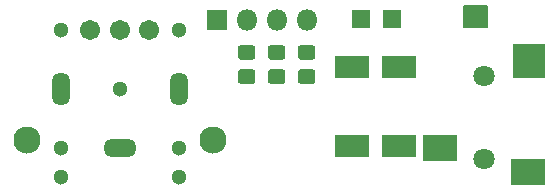
<source format=gbr>
%TF.GenerationSoftware,KiCad,Pcbnew,(5.1.6)-1*%
%TF.CreationDate,2024-02-19T11:36:57-05:00*%
%TF.ProjectId,GB-DMG-Pro-Headphone-PCB,47422d44-4d47-42d5-9072-6f2d48656164,0*%
%TF.SameCoordinates,Original*%
%TF.FileFunction,Soldermask,Top*%
%TF.FilePolarity,Negative*%
%FSLAX46Y46*%
G04 Gerber Fmt 4.6, Leading zero omitted, Abs format (unit mm)*
G04 Created by KiCad (PCBNEW (5.1.6)-1) date 2024-02-19 11:36:57*
%MOMM*%
%LPD*%
G01*
G04 APERTURE LIST*
%ADD10R,3.000000X1.900000*%
%ADD11R,1.800000X1.800000*%
%ADD12O,1.800000X1.800000*%
%ADD13C,1.300000*%
%ADD14O,2.820000X1.512000*%
%ADD15C,1.712000*%
%ADD16O,1.512000X2.820000*%
%ADD17C,2.300000*%
%ADD18R,2.900000X2.300000*%
%ADD19R,2.700000X2.900000*%
%ADD20C,1.800000*%
%ADD21R,1.600000X1.600000*%
%ADD22C,0.200000*%
G04 APERTURE END LIST*
D10*
%TO.C,C1*%
X156972500Y-103060500D03*
X160972500Y-103060500D03*
%TD*%
%TO.C,C2*%
X160972000Y-109728000D03*
X156972000Y-109728000D03*
%TD*%
D11*
%TO.C,J1*%
X145542000Y-99123500D03*
D12*
X148082000Y-99123500D03*
X150622000Y-99123500D03*
X153162000Y-99123500D03*
%TD*%
D13*
%TO.C,J2*%
X142350500Y-112402000D03*
X142350500Y-109902000D03*
X132350500Y-112402000D03*
X132350500Y-109902000D03*
X137350500Y-104902000D03*
X142350500Y-99902000D03*
X132350500Y-99902000D03*
D14*
X137350500Y-109902000D03*
D15*
X134850500Y-99902000D03*
X137350500Y-99902000D03*
X139850500Y-99902000D03*
D16*
X142350500Y-104902000D03*
X132350500Y-104902000D03*
%TD*%
%TO.C,L1*%
G36*
G01*
X152683738Y-103261000D02*
X153640262Y-103261000D01*
G75*
G02*
X153912000Y-103532738I0J-271738D01*
G01*
X153912000Y-104239262D01*
G75*
G02*
X153640262Y-104511000I-271738J0D01*
G01*
X152683738Y-104511000D01*
G75*
G02*
X152412000Y-104239262I0J271738D01*
G01*
X152412000Y-103532738D01*
G75*
G02*
X152683738Y-103261000I271738J0D01*
G01*
G37*
G36*
G01*
X152683738Y-101211000D02*
X153640262Y-101211000D01*
G75*
G02*
X153912000Y-101482738I0J-271738D01*
G01*
X153912000Y-102189262D01*
G75*
G02*
X153640262Y-102461000I-271738J0D01*
G01*
X152683738Y-102461000D01*
G75*
G02*
X152412000Y-102189262I0J271738D01*
G01*
X152412000Y-101482738D01*
G75*
G02*
X152683738Y-101211000I271738J0D01*
G01*
G37*
%TD*%
%TO.C,L2*%
G36*
G01*
X150143738Y-101211000D02*
X151100262Y-101211000D01*
G75*
G02*
X151372000Y-101482738I0J-271738D01*
G01*
X151372000Y-102189262D01*
G75*
G02*
X151100262Y-102461000I-271738J0D01*
G01*
X150143738Y-102461000D01*
G75*
G02*
X149872000Y-102189262I0J271738D01*
G01*
X149872000Y-101482738D01*
G75*
G02*
X150143738Y-101211000I271738J0D01*
G01*
G37*
G36*
G01*
X150143738Y-103261000D02*
X151100262Y-103261000D01*
G75*
G02*
X151372000Y-103532738I0J-271738D01*
G01*
X151372000Y-104239262D01*
G75*
G02*
X151100262Y-104511000I-271738J0D01*
G01*
X150143738Y-104511000D01*
G75*
G02*
X149872000Y-104239262I0J271738D01*
G01*
X149872000Y-103532738D01*
G75*
G02*
X150143738Y-103261000I271738J0D01*
G01*
G37*
%TD*%
%TO.C,L3*%
G36*
G01*
X147603738Y-101211000D02*
X148560262Y-101211000D01*
G75*
G02*
X148832000Y-101482738I0J-271738D01*
G01*
X148832000Y-102189262D01*
G75*
G02*
X148560262Y-102461000I-271738J0D01*
G01*
X147603738Y-102461000D01*
G75*
G02*
X147332000Y-102189262I0J271738D01*
G01*
X147332000Y-101482738D01*
G75*
G02*
X147603738Y-101211000I271738J0D01*
G01*
G37*
G36*
G01*
X147603738Y-103261000D02*
X148560262Y-103261000D01*
G75*
G02*
X148832000Y-103532738I0J-271738D01*
G01*
X148832000Y-104239262D01*
G75*
G02*
X148560262Y-104511000I-271738J0D01*
G01*
X147603738Y-104511000D01*
G75*
G02*
X147332000Y-104239262I0J271738D01*
G01*
X147332000Y-103532738D01*
G75*
G02*
X147603738Y-103261000I271738J0D01*
G01*
G37*
%TD*%
D17*
%TO.C,H1*%
X129476500Y-109283500D03*
%TD*%
%TO.C,H2*%
X145224500Y-109283500D03*
%TD*%
D18*
%TO.C,J3*%
X171894500Y-111950500D03*
D19*
X171994500Y-102550500D03*
D18*
X164494500Y-109950500D03*
D20*
X168194500Y-110850500D03*
X168194500Y-103850500D03*
%TD*%
D21*
%TO.C,J4*%
X160401000Y-98996500D03*
%TD*%
%TO.C,J5*%
X157734000Y-98996500D03*
%TD*%
D22*
G36*
X168429000Y-99658500D02*
G01*
X166470000Y-99658500D01*
X166470000Y-97890000D01*
X168429000Y-97890000D01*
X168429000Y-99658500D01*
G37*
X168429000Y-99658500D02*
X166470000Y-99658500D01*
X166470000Y-97890000D01*
X168429000Y-97890000D01*
X168429000Y-99658500D01*
M02*

</source>
